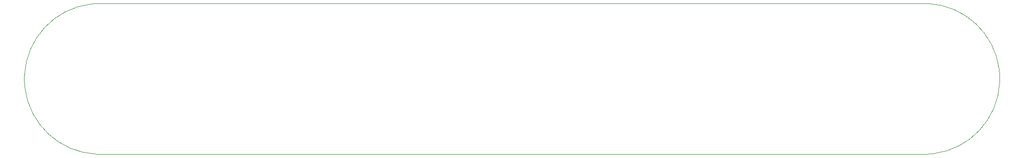
<source format=gbr>
%TF.GenerationSoftware,Altium Limited,Altium Designer,20.2.6 (244)*%
G04 Layer_Color=32896*
%FSLAX45Y45*%
%MOMM*%
%TF.SameCoordinates,5F830152-65C5-4415-BC49-C393C33858C2*%
%TF.FilePolarity,Positive*%
%TF.FileFunction,Other,Board_Outline*%
%TF.Part,Single*%
G01*
G75*
%TA.AperFunction,NonConductor*%
%ADD17C,0.01270*%
D17*
X15914783Y-36875D02*
G03*
X17054057Y1187125I-159357J1290533D01*
G01*
X234387Y1319857D02*
G03*
X232722Y1253491I1319750J-66308D01*
G01*
X15822089Y2551826D02*
G03*
X15755722Y2553491I-66308J-1319750D01*
G01*
X17054057Y1187125D02*
G03*
X17055722Y1253491I-1319750J66308D01*
G01*
X232722Y1253491D02*
G03*
X234496Y1184998I1321204J-61D01*
G01*
X17055722Y1253491D02*
G03*
X17053949Y1321984I-1321204J61D01*
G01*
X234496Y1184998D02*
G03*
X242356Y1094430I1305791J67701D01*
G01*
X1532722Y2553491D02*
G03*
X1464229Y2551718I-61J-1321204D01*
G01*
X15755722Y-46509D02*
G03*
X15824216Y-44735I61J1321204D01*
G01*
X242356Y1094430D02*
G03*
X1466356Y-44844I1290533J159357D01*
G01*
X17053949Y1321984D02*
G03*
X17046088Y1412552I-1305791J-67701D01*
G01*
X1464229Y2551718D02*
G03*
X1373661Y2543857I67701J-1305791D01*
G01*
X1466356Y-44844D02*
G03*
X1532722Y-46509I66308J1319750D01*
G01*
X17046089Y1412552D02*
G03*
X15822089Y2551826I-1290533J-159357D01*
G01*
X15824216Y-44735D02*
G03*
X15914783Y-36875I-67701J1305791D01*
G01*
X1373661Y2543858D02*
G03*
X234387Y1319857I159357J-1290533D01*
G01*
X1532722Y2553491D02*
X15755722D01*
X1532722Y-46509D02*
X15755722D01*
%TF.MD5,debad7f23437d955717fbfc907e8f862*%
M02*

</source>
